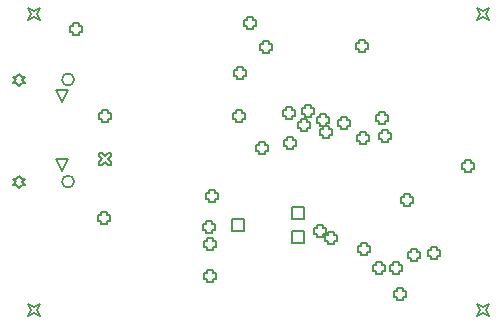
<source format=gbr>
%TF.GenerationSoftware,Altium Limited,Altium Designer,24.4.1 (13)*%
G04 Layer_Color=2752767*
%FSLAX45Y45*%
%MOMM*%
%TF.SameCoordinates,B8B7DE2E-4358-4D64-837E-663932822D10*%
%TF.FilePolarity,Positive*%
%TF.FileFunction,Drawing*%
%TF.Part,Single*%
G01*
G75*
%TA.AperFunction,NonConductor*%
%ADD96C,0.16933*%
%ADD98C,0.12700*%
D96*
X-1558950Y-167000D02*
G03*
X-1558950Y-167000I-50800J0D01*
G01*
Y697000D02*
G03*
X-1558950Y697000I-50800J0D01*
G01*
D98*
X-1659750Y503200D02*
X-1710550Y604800D01*
X-1608950D01*
X-1659750Y503200D01*
Y-74800D02*
X-1710550Y26800D01*
X-1608950D01*
X-1659750Y-74800D01*
X-2027750Y646200D02*
X-2002350Y671600D01*
X-1976950D01*
X-2002350Y697000D01*
X-1976950Y722400D01*
X-2002350D01*
X-2027750Y747800D01*
X-2053150Y722400D01*
X-2078550D01*
X-2053150Y697000D01*
X-2078550Y671600D01*
X-2053150D01*
X-2027750Y646200D01*
Y-217800D02*
X-2002350Y-192400D01*
X-1976950D01*
X-2002350Y-167000D01*
X-1976950Y-141600D01*
X-2002350D01*
X-2027750Y-116200D01*
X-2053150Y-141600D01*
X-2078550D01*
X-2053150Y-167000D01*
X-2078550Y-192400D01*
X-2053150D01*
X-2027750Y-217800D01*
X-1950800Y1199200D02*
X-1925400Y1250000D01*
X-1950800Y1300800D01*
X-1900000Y1275400D01*
X-1849200Y1300800D01*
X-1874600Y1250000D01*
X-1849200Y1199200D01*
X-1900000Y1224600D01*
X-1950800Y1199200D01*
Y-1300800D02*
X-1925400Y-1250000D01*
X-1950800Y-1199200D01*
X-1900000Y-1224600D01*
X-1849200Y-1199200D01*
X-1874600Y-1250000D01*
X-1849200Y-1300800D01*
X-1900000Y-1275400D01*
X-1950800Y-1300800D01*
X1849200D02*
X1874600Y-1250000D01*
X1849200Y-1199200D01*
X1900000Y-1224600D01*
X1950800Y-1199200D01*
X1925400Y-1250000D01*
X1950800Y-1300800D01*
X1900000Y-1275400D01*
X1849200Y-1300800D01*
Y1199200D02*
X1874600Y1250000D01*
X1849200Y1300800D01*
X1900000Y1275400D01*
X1950800Y1300800D01*
X1925400Y1250000D01*
X1950800Y1199200D01*
X1900000Y1224600D01*
X1849200Y1199200D01*
X283200Y-687400D02*
Y-585800D01*
X384800D01*
Y-687400D01*
X283200D01*
Y-484200D02*
Y-382600D01*
X384800D01*
Y-484200D01*
X283200D01*
X-224800Y-585800D02*
Y-484200D01*
X-123200D01*
Y-585800D01*
X-224800D01*
X-412900Y-310400D02*
Y-335800D01*
X-362100D01*
Y-310400D01*
X-336700D01*
Y-259600D01*
X-362100D01*
Y-234200D01*
X-412900D01*
Y-259600D01*
X-438300D01*
Y-310400D01*
X-412900D01*
X-1320400Y364600D02*
Y339200D01*
X-1269600D01*
Y364600D01*
X-1244200D01*
Y415400D01*
X-1269600D01*
Y440800D01*
X-1320400D01*
Y415400D01*
X-1345800D01*
Y364600D01*
X-1320400D01*
X-1328384Y-497786D02*
Y-523186D01*
X-1277584D01*
Y-497786D01*
X-1252184D01*
Y-446986D01*
X-1277584D01*
Y-421586D01*
X-1328384D01*
Y-446986D01*
X-1353784D01*
Y-497786D01*
X-1328384D01*
X-96100Y1150300D02*
Y1124900D01*
X-45300D01*
Y1150300D01*
X-19900D01*
Y1201100D01*
X-45300D01*
Y1226500D01*
X-96100D01*
Y1201100D01*
X-121500D01*
Y1150300D01*
X-96100D01*
X1747100Y-60400D02*
Y-85800D01*
X1797900D01*
Y-60400D01*
X1823300D01*
Y-9600D01*
X1797900D01*
Y15800D01*
X1747100D01*
Y-9600D01*
X1721700D01*
Y-60400D01*
X1747100D01*
X1172100Y-1147900D02*
Y-1173300D01*
X1222900D01*
Y-1147900D01*
X1248300D01*
Y-1097100D01*
X1222900D01*
Y-1071700D01*
X1172100D01*
Y-1097100D01*
X1146700D01*
Y-1147900D01*
X1172100D01*
X-1570400Y1102100D02*
Y1076700D01*
X-1519600D01*
Y1102100D01*
X-1494200D01*
Y1152900D01*
X-1519600D01*
Y1178300D01*
X-1570400D01*
Y1152900D01*
X-1595800D01*
Y1102100D01*
X-1570400D01*
X-1345800Y-23300D02*
X-1320400D01*
X-1295000Y2100D01*
X-1269600Y-23300D01*
X-1244200D01*
Y2100D01*
X-1269600Y27500D01*
X-1244200Y52900D01*
Y78300D01*
X-1269600D01*
X-1295000Y52900D01*
X-1320400Y78300D01*
X-1345800D01*
Y52900D01*
X-1320400Y27500D01*
X-1345800Y2100D01*
Y-23300D01*
X499600Y-607900D02*
Y-633300D01*
X550400D01*
Y-607900D01*
X575800D01*
Y-557100D01*
X550400D01*
Y-531700D01*
X499600D01*
Y-557100D01*
X474200D01*
Y-607900D01*
X499600D01*
X7100Y92100D02*
Y66700D01*
X57900D01*
Y92100D01*
X83300D01*
Y142900D01*
X57900D01*
Y168300D01*
X7100D01*
Y142900D01*
X-18300D01*
Y92100D01*
X7100D01*
X-430400Y-995400D02*
Y-1020800D01*
X-379600D01*
Y-995400D01*
X-354200D01*
Y-944600D01*
X-379600D01*
Y-919200D01*
X-430400D01*
Y-944600D01*
X-455800D01*
Y-995400D01*
X-430400D01*
X247100Y132100D02*
Y106700D01*
X297900D01*
Y132100D01*
X323300D01*
Y182900D01*
X297900D01*
Y208300D01*
X247100D01*
Y182900D01*
X221700D01*
Y132100D01*
X247100D01*
X237100Y392100D02*
Y366700D01*
X287900D01*
Y392100D01*
X313300D01*
Y442900D01*
X287900D01*
Y468300D01*
X237100D01*
Y442900D01*
X211700D01*
Y392100D01*
X237100D01*
X849600Y957100D02*
Y931700D01*
X900400D01*
Y957100D01*
X925800D01*
Y1007900D01*
X900400D01*
Y1033300D01*
X849600D01*
Y1007900D01*
X824200D01*
Y957100D01*
X849600D01*
X1049600Y197100D02*
Y171700D01*
X1100400D01*
Y197100D01*
X1125800D01*
Y247900D01*
X1100400D01*
Y273300D01*
X1049600D01*
Y247900D01*
X1024200D01*
Y197100D01*
X1049600D01*
X1467120Y-793278D02*
Y-818678D01*
X1517920D01*
Y-793278D01*
X1543320D01*
Y-742478D01*
X1517920D01*
Y-717078D01*
X1467120D01*
Y-742478D01*
X1441720D01*
Y-793278D01*
X1467120D01*
X1234600Y-350400D02*
Y-375800D01*
X1285400D01*
Y-350400D01*
X1310800D01*
Y-299600D01*
X1285400D01*
Y-274200D01*
X1234600D01*
Y-299600D01*
X1209200D01*
Y-350400D01*
X1234600D01*
X1139600Y-927900D02*
Y-953300D01*
X1190400D01*
Y-927900D01*
X1215800D01*
Y-877100D01*
X1190400D01*
Y-851700D01*
X1139600D01*
Y-877100D01*
X1114200D01*
Y-927900D01*
X1139600D01*
X997100Y-925400D02*
Y-950800D01*
X1047900D01*
Y-925400D01*
X1073300D01*
Y-874600D01*
X1047900D01*
Y-849200D01*
X997100D01*
Y-874600D01*
X971700D01*
Y-925400D01*
X997100D01*
X-437900Y-580400D02*
Y-605800D01*
X-387100D01*
Y-580400D01*
X-361700D01*
Y-529600D01*
X-387100D01*
Y-504200D01*
X-437900D01*
Y-529600D01*
X-463300D01*
Y-580400D01*
X-437900D01*
X-430400Y-720400D02*
Y-745800D01*
X-379600D01*
Y-720400D01*
X-354200D01*
Y-669600D01*
X-379600D01*
Y-644200D01*
X-430400D01*
Y-669600D01*
X-455800D01*
Y-720400D01*
X-430400D01*
X1297100Y-812900D02*
Y-838300D01*
X1347900D01*
Y-812900D01*
X1373300D01*
Y-762100D01*
X1347900D01*
Y-736700D01*
X1297100D01*
Y-762100D01*
X1271700D01*
Y-812900D01*
X1297100D01*
X867100Y-760400D02*
Y-785800D01*
X917900D01*
Y-760400D01*
X943300D01*
Y-709600D01*
X917900D01*
Y-684200D01*
X867100D01*
Y-709600D01*
X841700D01*
Y-760400D01*
X867100D01*
X594600Y-670400D02*
Y-695800D01*
X645400D01*
Y-670400D01*
X670800D01*
Y-619600D01*
X645400D01*
Y-594200D01*
X594600D01*
Y-619600D01*
X569200D01*
Y-670400D01*
X594600D01*
X37100Y944600D02*
Y919200D01*
X87900D01*
Y944600D01*
X113300D01*
Y995400D01*
X87900D01*
Y1020800D01*
X37100D01*
Y995400D01*
X11700D01*
Y944600D01*
X37100D01*
X-187900Y367100D02*
Y341700D01*
X-137100D01*
Y367100D01*
X-111700D01*
Y417900D01*
X-137100D01*
Y443300D01*
X-187900D01*
Y417900D01*
X-213300D01*
Y367100D01*
X-187900D01*
X552100Y229600D02*
Y204200D01*
X602900D01*
Y229600D01*
X628300D01*
Y280400D01*
X602900D01*
Y305800D01*
X552100D01*
Y280400D01*
X526700D01*
Y229600D01*
X552100D01*
X524600Y332100D02*
Y306700D01*
X575400D01*
Y332100D01*
X600800D01*
Y382900D01*
X575400D01*
Y408300D01*
X524600D01*
Y382900D01*
X499200D01*
Y332100D01*
X524600D01*
X394600Y402100D02*
Y376700D01*
X445400D01*
Y402100D01*
X470800D01*
Y452900D01*
X445400D01*
Y478300D01*
X394600D01*
Y452900D01*
X369200D01*
Y402100D01*
X394600D01*
X359600Y289600D02*
Y264200D01*
X410400D01*
Y289600D01*
X435800D01*
Y340400D01*
X410400D01*
Y365800D01*
X359600D01*
Y340400D01*
X334200D01*
Y289600D01*
X359600D01*
X699600Y299600D02*
Y274200D01*
X750400D01*
Y299600D01*
X775800D01*
Y350400D01*
X750400D01*
Y375800D01*
X699600D01*
Y350400D01*
X674200D01*
Y299600D01*
X699600D01*
X863516Y177724D02*
Y152324D01*
X914316D01*
Y177724D01*
X939716D01*
Y228524D01*
X914316D01*
Y253924D01*
X863516D01*
Y228524D01*
X838116D01*
Y177724D01*
X863516D01*
X1024600Y349600D02*
Y324200D01*
X1075400D01*
Y349600D01*
X1100800D01*
Y400400D01*
X1075400D01*
Y425800D01*
X1024600D01*
Y400400D01*
X999200D01*
Y349600D01*
X1024600D01*
X-175400Y724600D02*
Y699200D01*
X-124600D01*
Y724600D01*
X-99200D01*
Y775400D01*
X-124600D01*
Y800800D01*
X-175400D01*
Y775400D01*
X-200800D01*
Y724600D01*
X-175400D01*
%TF.MD5,0bc1e8b59744ab3aa903ad3ad07e9ef3*%
M02*

</source>
